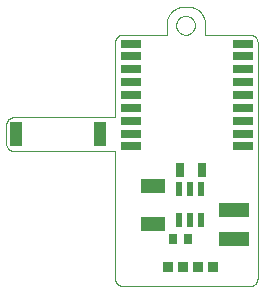
<source format=gbp>
G75*
%MOIN*%
%OFA0B0*%
%FSLAX25Y25*%
%IPPOS*%
%LPD*%
%AMOC8*
5,1,8,0,0,1.08239X$1,22.5*
%
%ADD10C,0.00000*%
%ADD11R,0.03937X0.07874*%
%ADD12R,0.07087X0.02756*%
%ADD13R,0.07087X0.03150*%
%ADD14R,0.10000X0.05000*%
%ADD15R,0.03200X0.03500*%
%ADD16R,0.02441X0.04803*%
%ADD17R,0.02756X0.03543*%
%ADD18R,0.07874X0.04724*%
%ADD19R,0.03150X0.04724*%
D10*
X0060095Y0064000D02*
X0060095Y0106500D01*
X0026345Y0106500D01*
X0026247Y0106502D01*
X0026149Y0106508D01*
X0026051Y0106517D01*
X0025954Y0106531D01*
X0025857Y0106548D01*
X0025761Y0106569D01*
X0025666Y0106594D01*
X0025572Y0106622D01*
X0025480Y0106655D01*
X0025388Y0106690D01*
X0025298Y0106730D01*
X0025210Y0106772D01*
X0025123Y0106819D01*
X0025039Y0106868D01*
X0024956Y0106921D01*
X0024876Y0106977D01*
X0024797Y0107037D01*
X0024721Y0107099D01*
X0024648Y0107164D01*
X0024577Y0107232D01*
X0024509Y0107303D01*
X0024444Y0107376D01*
X0024382Y0107452D01*
X0024322Y0107531D01*
X0024266Y0107611D01*
X0024213Y0107694D01*
X0024164Y0107778D01*
X0024117Y0107865D01*
X0024075Y0107953D01*
X0024035Y0108043D01*
X0024000Y0108135D01*
X0023967Y0108227D01*
X0023939Y0108321D01*
X0023914Y0108416D01*
X0023893Y0108512D01*
X0023876Y0108609D01*
X0023862Y0108706D01*
X0023853Y0108804D01*
X0023847Y0108902D01*
X0023845Y0109000D01*
X0023845Y0115250D01*
X0023847Y0115348D01*
X0023853Y0115446D01*
X0023862Y0115544D01*
X0023876Y0115641D01*
X0023893Y0115738D01*
X0023914Y0115834D01*
X0023939Y0115929D01*
X0023967Y0116023D01*
X0024000Y0116115D01*
X0024035Y0116207D01*
X0024075Y0116297D01*
X0024117Y0116385D01*
X0024164Y0116472D01*
X0024213Y0116556D01*
X0024266Y0116639D01*
X0024322Y0116719D01*
X0024382Y0116798D01*
X0024444Y0116874D01*
X0024509Y0116947D01*
X0024577Y0117018D01*
X0024648Y0117086D01*
X0024721Y0117151D01*
X0024797Y0117213D01*
X0024876Y0117273D01*
X0024956Y0117329D01*
X0025039Y0117382D01*
X0025123Y0117431D01*
X0025210Y0117478D01*
X0025298Y0117520D01*
X0025388Y0117560D01*
X0025480Y0117595D01*
X0025572Y0117628D01*
X0025666Y0117656D01*
X0025761Y0117681D01*
X0025857Y0117702D01*
X0025954Y0117719D01*
X0026051Y0117733D01*
X0026149Y0117742D01*
X0026247Y0117748D01*
X0026345Y0117750D01*
X0060095Y0117750D01*
X0060095Y0142750D01*
X0060097Y0142848D01*
X0060103Y0142946D01*
X0060112Y0143044D01*
X0060126Y0143141D01*
X0060143Y0143238D01*
X0060164Y0143334D01*
X0060189Y0143429D01*
X0060217Y0143523D01*
X0060250Y0143615D01*
X0060285Y0143707D01*
X0060325Y0143797D01*
X0060367Y0143885D01*
X0060414Y0143972D01*
X0060463Y0144056D01*
X0060516Y0144139D01*
X0060572Y0144219D01*
X0060632Y0144298D01*
X0060694Y0144374D01*
X0060759Y0144447D01*
X0060827Y0144518D01*
X0060898Y0144586D01*
X0060971Y0144651D01*
X0061047Y0144713D01*
X0061126Y0144773D01*
X0061206Y0144829D01*
X0061289Y0144882D01*
X0061373Y0144931D01*
X0061460Y0144978D01*
X0061548Y0145020D01*
X0061638Y0145060D01*
X0061730Y0145095D01*
X0061822Y0145128D01*
X0061916Y0145156D01*
X0062011Y0145181D01*
X0062107Y0145202D01*
X0062204Y0145219D01*
X0062301Y0145233D01*
X0062399Y0145242D01*
X0062497Y0145248D01*
X0062595Y0145250D01*
X0077283Y0145250D01*
X0077283Y0148183D01*
X0077282Y0148182D02*
X0077272Y0148334D01*
X0077266Y0148485D01*
X0077264Y0148637D01*
X0077266Y0148789D01*
X0077271Y0148941D01*
X0077280Y0149092D01*
X0077293Y0149243D01*
X0077310Y0149394D01*
X0077331Y0149545D01*
X0077356Y0149695D01*
X0077384Y0149844D01*
X0077416Y0149992D01*
X0077452Y0150140D01*
X0077491Y0150286D01*
X0077535Y0150432D01*
X0077582Y0150576D01*
X0077632Y0150719D01*
X0077686Y0150861D01*
X0077744Y0151001D01*
X0077805Y0151140D01*
X0077870Y0151277D01*
X0077939Y0151413D01*
X0078010Y0151547D01*
X0078085Y0151679D01*
X0078164Y0151809D01*
X0078245Y0151937D01*
X0078330Y0152063D01*
X0078418Y0152186D01*
X0078509Y0152308D01*
X0078603Y0152427D01*
X0078701Y0152544D01*
X0078801Y0152658D01*
X0078904Y0152769D01*
X0079009Y0152878D01*
X0079118Y0152984D01*
X0079229Y0153088D01*
X0079343Y0153188D01*
X0079459Y0153286D01*
X0079577Y0153381D01*
X0079698Y0153473D01*
X0079822Y0153561D01*
X0079947Y0153647D01*
X0080075Y0153729D01*
X0080204Y0153808D01*
X0080336Y0153883D01*
X0080469Y0153956D01*
X0080605Y0154025D01*
X0080742Y0154090D01*
X0080880Y0154152D01*
X0081020Y0154210D01*
X0081162Y0154265D01*
X0081305Y0154316D01*
X0081449Y0154364D01*
X0081594Y0154408D01*
X0081741Y0154448D01*
X0081888Y0154485D01*
X0082036Y0154518D01*
X0082185Y0154547D01*
X0082335Y0154572D01*
X0082485Y0154593D01*
X0082636Y0154611D01*
X0082787Y0154625D01*
X0084151Y0154625D01*
X0084302Y0154627D01*
X0084454Y0154625D01*
X0084605Y0154619D01*
X0084757Y0154610D01*
X0084908Y0154596D01*
X0085058Y0154578D01*
X0085208Y0154556D01*
X0085358Y0154531D01*
X0085506Y0154501D01*
X0085654Y0154468D01*
X0085801Y0154431D01*
X0085947Y0154390D01*
X0086092Y0154345D01*
X0086235Y0154296D01*
X0086378Y0154244D01*
X0086518Y0154188D01*
X0086658Y0154128D01*
X0086795Y0154065D01*
X0086931Y0153998D01*
X0087066Y0153928D01*
X0087198Y0153854D01*
X0087328Y0153776D01*
X0087457Y0153695D01*
X0087583Y0153611D01*
X0087706Y0153524D01*
X0087828Y0153433D01*
X0087947Y0153340D01*
X0088064Y0153243D01*
X0088178Y0153143D01*
X0088289Y0153040D01*
X0088398Y0152934D01*
X0088504Y0152826D01*
X0088607Y0152715D01*
X0088707Y0152601D01*
X0088804Y0152484D01*
X0088898Y0152365D01*
X0088988Y0152244D01*
X0089076Y0152120D01*
X0089160Y0151994D01*
X0089241Y0151866D01*
X0089319Y0151736D01*
X0089393Y0151604D01*
X0089464Y0151470D01*
X0089531Y0151334D01*
X0089595Y0151196D01*
X0089654Y0151057D01*
X0089711Y0150916D01*
X0089763Y0150774D01*
X0089812Y0150631D01*
X0089857Y0150486D01*
X0089898Y0150340D01*
X0089936Y0150193D01*
X0089970Y0150045D01*
X0089999Y0149897D01*
X0090025Y0149747D01*
X0090047Y0149597D01*
X0090065Y0149447D01*
X0090079Y0149296D01*
X0090089Y0149145D01*
X0090095Y0148993D01*
X0090095Y0145250D01*
X0105095Y0145250D01*
X0105193Y0145248D01*
X0105291Y0145242D01*
X0105389Y0145233D01*
X0105486Y0145219D01*
X0105583Y0145202D01*
X0105679Y0145181D01*
X0105774Y0145156D01*
X0105868Y0145128D01*
X0105960Y0145095D01*
X0106052Y0145060D01*
X0106142Y0145020D01*
X0106230Y0144978D01*
X0106317Y0144931D01*
X0106401Y0144882D01*
X0106484Y0144829D01*
X0106564Y0144773D01*
X0106643Y0144713D01*
X0106719Y0144651D01*
X0106792Y0144586D01*
X0106863Y0144518D01*
X0106931Y0144447D01*
X0106996Y0144374D01*
X0107058Y0144298D01*
X0107118Y0144219D01*
X0107174Y0144139D01*
X0107227Y0144056D01*
X0107276Y0143972D01*
X0107323Y0143885D01*
X0107365Y0143797D01*
X0107405Y0143707D01*
X0107440Y0143615D01*
X0107473Y0143523D01*
X0107501Y0143429D01*
X0107526Y0143334D01*
X0107547Y0143238D01*
X0107564Y0143141D01*
X0107578Y0143044D01*
X0107587Y0142946D01*
X0107593Y0142848D01*
X0107595Y0142750D01*
X0107595Y0063989D01*
X0107596Y0063990D02*
X0107593Y0063891D01*
X0107587Y0063793D01*
X0107576Y0063695D01*
X0107562Y0063598D01*
X0107544Y0063502D01*
X0107522Y0063406D01*
X0107497Y0063311D01*
X0107467Y0063217D01*
X0107435Y0063124D01*
X0107398Y0063033D01*
X0107358Y0062943D01*
X0107315Y0062855D01*
X0107268Y0062769D01*
X0107217Y0062684D01*
X0107164Y0062602D01*
X0107107Y0062522D01*
X0107047Y0062444D01*
X0106984Y0062368D01*
X0106919Y0062295D01*
X0106850Y0062225D01*
X0106779Y0062157D01*
X0106705Y0062092D01*
X0106629Y0062030D01*
X0106550Y0061971D01*
X0106469Y0061915D01*
X0106386Y0061863D01*
X0106301Y0061814D01*
X0106214Y0061768D01*
X0106125Y0061725D01*
X0106035Y0061686D01*
X0105944Y0061651D01*
X0105851Y0061619D01*
X0105756Y0061591D01*
X0105661Y0061567D01*
X0105565Y0061546D01*
X0105468Y0061529D01*
X0105371Y0061516D01*
X0105273Y0061507D01*
X0105175Y0061502D01*
X0105077Y0061500D01*
X0105076Y0061500D02*
X0062595Y0061500D01*
X0062497Y0061502D01*
X0062399Y0061508D01*
X0062301Y0061517D01*
X0062204Y0061531D01*
X0062107Y0061548D01*
X0062011Y0061569D01*
X0061916Y0061594D01*
X0061822Y0061622D01*
X0061730Y0061655D01*
X0061638Y0061690D01*
X0061548Y0061730D01*
X0061460Y0061772D01*
X0061373Y0061819D01*
X0061289Y0061868D01*
X0061206Y0061921D01*
X0061126Y0061977D01*
X0061047Y0062037D01*
X0060971Y0062099D01*
X0060898Y0062164D01*
X0060827Y0062232D01*
X0060759Y0062303D01*
X0060694Y0062376D01*
X0060632Y0062452D01*
X0060572Y0062531D01*
X0060516Y0062611D01*
X0060463Y0062694D01*
X0060414Y0062778D01*
X0060367Y0062865D01*
X0060325Y0062953D01*
X0060285Y0063043D01*
X0060250Y0063135D01*
X0060217Y0063227D01*
X0060189Y0063321D01*
X0060164Y0063416D01*
X0060143Y0063512D01*
X0060126Y0063609D01*
X0060112Y0063706D01*
X0060103Y0063804D01*
X0060097Y0063902D01*
X0060095Y0064000D01*
X0080470Y0148388D02*
X0080472Y0148500D01*
X0080478Y0148611D01*
X0080488Y0148722D01*
X0080502Y0148833D01*
X0080520Y0148943D01*
X0080541Y0149052D01*
X0080567Y0149161D01*
X0080597Y0149268D01*
X0080630Y0149375D01*
X0080667Y0149480D01*
X0080708Y0149584D01*
X0080752Y0149686D01*
X0080801Y0149787D01*
X0080852Y0149886D01*
X0080907Y0149983D01*
X0080966Y0150078D01*
X0081028Y0150170D01*
X0081093Y0150261D01*
X0081162Y0150349D01*
X0081233Y0150434D01*
X0081308Y0150517D01*
X0081385Y0150598D01*
X0081466Y0150675D01*
X0081549Y0150750D01*
X0081634Y0150821D01*
X0081722Y0150890D01*
X0081813Y0150955D01*
X0081905Y0151017D01*
X0082000Y0151076D01*
X0082097Y0151131D01*
X0082196Y0151182D01*
X0082297Y0151231D01*
X0082399Y0151275D01*
X0082503Y0151316D01*
X0082608Y0151353D01*
X0082715Y0151386D01*
X0082822Y0151416D01*
X0082931Y0151442D01*
X0083040Y0151463D01*
X0083150Y0151481D01*
X0083261Y0151495D01*
X0083372Y0151505D01*
X0083483Y0151511D01*
X0083595Y0151513D01*
X0083707Y0151511D01*
X0083818Y0151505D01*
X0083929Y0151495D01*
X0084040Y0151481D01*
X0084150Y0151463D01*
X0084259Y0151442D01*
X0084368Y0151416D01*
X0084475Y0151386D01*
X0084582Y0151353D01*
X0084687Y0151316D01*
X0084791Y0151275D01*
X0084893Y0151231D01*
X0084994Y0151182D01*
X0085093Y0151131D01*
X0085190Y0151076D01*
X0085285Y0151017D01*
X0085377Y0150955D01*
X0085468Y0150890D01*
X0085556Y0150821D01*
X0085641Y0150750D01*
X0085724Y0150675D01*
X0085805Y0150598D01*
X0085882Y0150517D01*
X0085957Y0150434D01*
X0086028Y0150349D01*
X0086097Y0150261D01*
X0086162Y0150170D01*
X0086224Y0150078D01*
X0086283Y0149983D01*
X0086338Y0149886D01*
X0086389Y0149787D01*
X0086438Y0149686D01*
X0086482Y0149584D01*
X0086523Y0149480D01*
X0086560Y0149375D01*
X0086593Y0149268D01*
X0086623Y0149161D01*
X0086649Y0149052D01*
X0086670Y0148943D01*
X0086688Y0148833D01*
X0086702Y0148722D01*
X0086712Y0148611D01*
X0086718Y0148500D01*
X0086720Y0148388D01*
X0086718Y0148276D01*
X0086712Y0148165D01*
X0086702Y0148054D01*
X0086688Y0147943D01*
X0086670Y0147833D01*
X0086649Y0147724D01*
X0086623Y0147615D01*
X0086593Y0147508D01*
X0086560Y0147401D01*
X0086523Y0147296D01*
X0086482Y0147192D01*
X0086438Y0147090D01*
X0086389Y0146989D01*
X0086338Y0146890D01*
X0086283Y0146793D01*
X0086224Y0146698D01*
X0086162Y0146606D01*
X0086097Y0146515D01*
X0086028Y0146427D01*
X0085957Y0146342D01*
X0085882Y0146259D01*
X0085805Y0146178D01*
X0085724Y0146101D01*
X0085641Y0146026D01*
X0085556Y0145955D01*
X0085468Y0145886D01*
X0085377Y0145821D01*
X0085285Y0145759D01*
X0085190Y0145700D01*
X0085093Y0145645D01*
X0084994Y0145594D01*
X0084893Y0145545D01*
X0084791Y0145501D01*
X0084687Y0145460D01*
X0084582Y0145423D01*
X0084475Y0145390D01*
X0084368Y0145360D01*
X0084259Y0145334D01*
X0084150Y0145313D01*
X0084040Y0145295D01*
X0083929Y0145281D01*
X0083818Y0145271D01*
X0083707Y0145265D01*
X0083595Y0145263D01*
X0083483Y0145265D01*
X0083372Y0145271D01*
X0083261Y0145281D01*
X0083150Y0145295D01*
X0083040Y0145313D01*
X0082931Y0145334D01*
X0082822Y0145360D01*
X0082715Y0145390D01*
X0082608Y0145423D01*
X0082503Y0145460D01*
X0082399Y0145501D01*
X0082297Y0145545D01*
X0082196Y0145594D01*
X0082097Y0145645D01*
X0082000Y0145700D01*
X0081905Y0145759D01*
X0081813Y0145821D01*
X0081722Y0145886D01*
X0081634Y0145955D01*
X0081549Y0146026D01*
X0081466Y0146101D01*
X0081385Y0146178D01*
X0081308Y0146259D01*
X0081233Y0146342D01*
X0081162Y0146427D01*
X0081093Y0146515D01*
X0081028Y0146606D01*
X0080966Y0146698D01*
X0080907Y0146793D01*
X0080852Y0146890D01*
X0080801Y0146989D01*
X0080752Y0147090D01*
X0080708Y0147192D01*
X0080667Y0147296D01*
X0080630Y0147401D01*
X0080597Y0147508D01*
X0080567Y0147615D01*
X0080541Y0147724D01*
X0080520Y0147833D01*
X0080502Y0147943D01*
X0080488Y0148054D01*
X0080478Y0148165D01*
X0080472Y0148276D01*
X0080470Y0148388D01*
D11*
X0055095Y0112112D03*
X0027142Y0112112D03*
D12*
X0065282Y0108071D03*
X0065282Y0142323D03*
X0102683Y0142323D03*
X0102683Y0108071D03*
D13*
X0102683Y0112205D03*
X0102683Y0116535D03*
X0102683Y0120866D03*
X0102683Y0125197D03*
X0102683Y0129528D03*
X0102683Y0133858D03*
X0102683Y0138189D03*
X0065282Y0138189D03*
X0065282Y0133858D03*
X0065282Y0129528D03*
X0065282Y0125197D03*
X0065282Y0120866D03*
X0065282Y0116535D03*
X0065282Y0112205D03*
D14*
X0099783Y0086812D03*
X0099783Y0077125D03*
D15*
X0092595Y0067750D03*
X0087595Y0067750D03*
X0082595Y0067750D03*
X0077595Y0067750D03*
D16*
X0081345Y0083373D03*
X0085085Y0083373D03*
X0088825Y0083412D03*
X0088825Y0093687D03*
X0085085Y0093687D03*
X0081345Y0093687D03*
D17*
X0079411Y0077125D03*
X0084529Y0077125D03*
D18*
X0072595Y0082076D03*
X0072595Y0094674D03*
D19*
X0081864Y0100250D03*
X0088951Y0100250D03*
M02*

</source>
